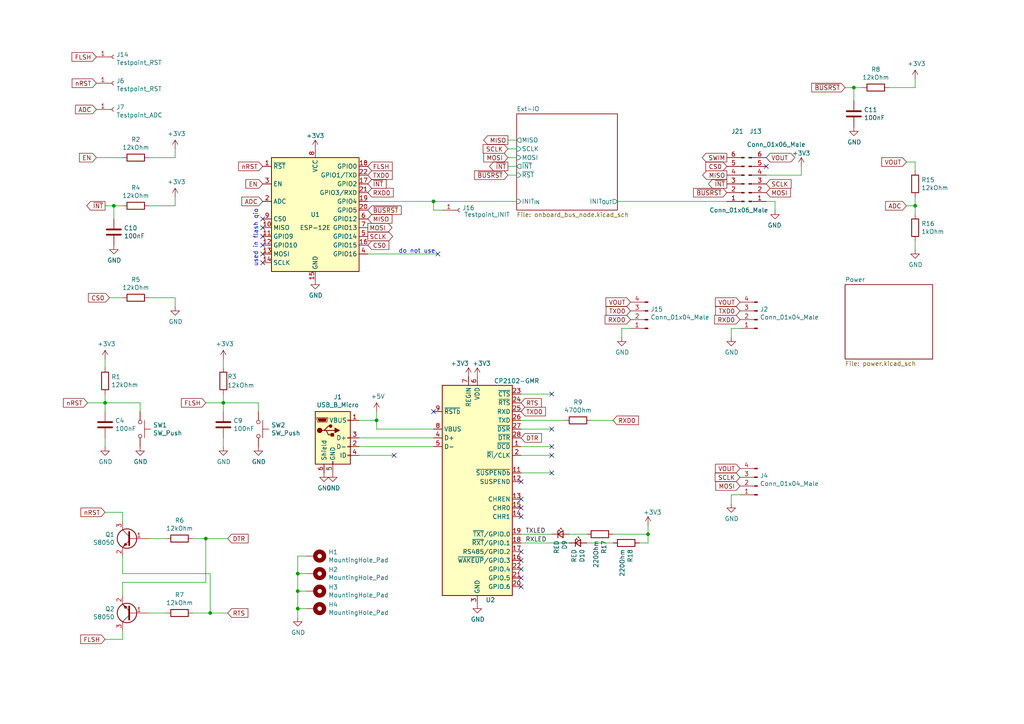
<source format=kicad_sch>
(kicad_sch (version 20211123) (generator eeschema)
  (paper "A4")
  (lib_symbols
    (symbol "Connector:Conn_01x01_Female" (pin_names (offset 1.016) hide)
      (property "Reference" "J" (at 0 2.54 0))
      (property "Value" "Conn_01x01_Female" (at 0 -2.54 0))
      (symbol "Conn_01x01_Female_1_1"
        (polyline (pts (xy -1.27 0) (xy -0.508 0)) (stroke (width 0.1524)))
        (arc (start 0 0.508) (mid -0.508 0) (end 0 -0.508) (stroke (width 0.1524)))
        (pin passive line (at -5.08 0 0) (length 3.81) (name "Pin_1") (number "1"))
      )
    )
    (symbol "Connector:Conn_01x04_Male" (pin_names (offset 1.016) hide)
      (property "Reference" "J" (at 0 5.08 0))
      (property "Value" "Conn_01x04_Male" (at 0 -7.62 0))
      (symbol "Conn_01x04_Male_1_1"
        (polyline (pts (xy 1.27 -5.08) (xy 0.8636 -5.08)) (stroke (width 0.1524)))
        (polyline (pts (xy 1.27 -2.54) (xy 0.8636 -2.54)) (stroke (width 0.1524)))
        (polyline (pts (xy 1.27 0) (xy 0.8636 0)) (stroke (width 0.1524)))
        (polyline (pts (xy 1.27 2.54) (xy 0.8636 2.54)) (stroke (width 0.1524)))
        (rectangle (start 0.8636 -4.953) (end 0 -5.207) (stroke (width 0.1524)) (fill (type outline)))
        (rectangle (start 0.8636 -2.413) (end 0 -2.667) (stroke (width 0.1524)) (fill (type outline)))
        (rectangle (start 0.8636 0.127) (end 0 -0.127) (stroke (width 0.1524)) (fill (type outline)))
        (rectangle (start 0.8636 2.667) (end 0 2.413) (stroke (width 0.1524)) (fill (type outline)))
        (pin passive line (at 5.08 2.54 180) (length 3.81) (name "Pin_1") (number "1"))
        (pin passive line (at 5.08 0 180) (length 3.81) (name "Pin_2") (number "2"))
        (pin passive line (at 5.08 -2.54 180) (length 3.81) (name "Pin_3") (number "3"))
        (pin passive line (at 5.08 -5.08 180) (length 3.81) (name "Pin_4") (number "4"))
      )
    )
    (symbol "Connector:Conn_01x06_Male" (pin_names (offset 1.016) hide)
      (property "Reference" "J" (at 0 7.62 0))
      (property "Value" "Conn_01x06_Male" (at 0 -10.16 0))
      (symbol "Conn_01x06_Male_1_1"
        (polyline (pts (xy 1.27 -7.62) (xy 0.8636 -7.62)) (stroke (width 0.1524)))
        (polyline (pts (xy 1.27 -5.08) (xy 0.8636 -5.08)) (stroke (width 0.1524)))
        (polyline (pts (xy 1.27 -2.54) (xy 0.8636 -2.54)) (stroke (width 0.1524)))
        (polyline (pts (xy 1.27 0) (xy 0.8636 0)) (stroke (width 0.1524)))
        (polyline (pts (xy 1.27 2.54) (xy 0.8636 2.54)) (stroke (width 0.1524)))
        (polyline (pts (xy 1.27 5.08) (xy 0.8636 5.08)) (stroke (width 0.1524)))
        (rectangle (start 0.8636 -7.493) (end 0 -7.747) (stroke (width 0.1524)) (fill (type outline)))
        (rectangle (start 0.8636 -4.953) (end 0 -5.207) (stroke (width 0.1524)) (fill (type outline)))
        (rectangle (start 0.8636 -2.413) (end 0 -2.667) (stroke (width 0.1524)) (fill (type outline)))
        (rectangle (start 0.8636 0.127) (end 0 -0.127) (stroke (width 0.1524)) (fill (type outline)))
        (rectangle (start 0.8636 2.667) (end 0 2.413) (stroke (width 0.1524)) (fill (type outline)))
        (rectangle (start 0.8636 5.207) (end 0 4.953) (stroke (width 0.1524)) (fill (type outline)))
        (pin passive line (at 5.08 5.08 180) (length 3.81) (name "Pin_1") (number "1"))
        (pin passive line (at 5.08 2.54 180) (length 3.81) (name "Pin_2") (number "2"))
        (pin passive line (at 5.08 0 180) (length 3.81) (name "Pin_3") (number "3"))
        (pin passive line (at 5.08 -2.54 180) (length 3.81) (name "Pin_4") (number "4"))
        (pin passive line (at 5.08 -5.08 180) (length 3.81) (name "Pin_5") (number "5"))
        (pin passive line (at 5.08 -7.62 180) (length 3.81) (name "Pin_6") (number "6"))
      )
    )
    (symbol "Connector:USB_B_Micro" (pin_names (offset 1.016))
      (property "Reference" "J" (at -5.08 11.43 0))
      (property "Value" "USB_B_Micro" (at -5.08 8.89 0))
      (symbol "USB_B_Micro_0_1"
        (rectangle (start -5.08 -7.62) (end 5.08 7.62) (stroke (width 0.254)) (fill (type background)))
        (circle (center -3.81 2.159) (radius 0.635) (stroke (width 0.254)) (fill (type outline)))
        (circle (center -0.635 3.429) (radius 0.381) (stroke (width 0.254)) (fill (type outline)))
        (rectangle (start -0.127 -7.62) (end 0.127 -6.858))
        (polyline (pts (xy -1.905 2.159) (xy 0.635 2.159)) (stroke (width 0.254)))
        (polyline (pts (xy -3.175 2.159) (xy -2.54 2.159) (xy -1.27 3.429) (xy -0.635 3.429)) (stroke (width 0.254)))
        (polyline (pts (xy -2.54 2.159) (xy -1.905 2.159) (xy -1.27 0.889) (xy 0 0.889)) (stroke (width 0.254)))
        (polyline (pts (xy 0.635 2.794) (xy 0.635 1.524) (xy 1.905 2.159) (xy 0.635 2.794)) (stroke (width 0.254)) (fill (type outline)))
        (polyline (pts (xy -4.318 5.588) (xy -1.778 5.588) (xy -2.032 4.826) (xy -4.064 4.826) (xy -4.318 5.588)) (fill (type outline)))
        (polyline (pts (xy -4.699 5.842) (xy -4.699 5.588) (xy -4.445 4.826) (xy -4.445 4.572) (xy -1.651 4.572) (xy -1.651 4.826) (xy -1.397 5.588) (xy -1.397 5.842) (xy -4.699 5.842)))
        (rectangle (start 0.254 1.27) (end -0.508 0.508) (stroke (width 0.254)) (fill (type outline)))
        (rectangle (start 5.08 -5.207) (end 4.318 -4.953))
        (rectangle (start 5.08 -2.667) (end 4.318 -2.413))
        (rectangle (start 5.08 -0.127) (end 4.318 0.127))
        (rectangle (start 5.08 4.953) (end 4.318 5.207))
      )
      (symbol "USB_B_Micro_1_1"
        (pin power_out line (at 7.62 5.08 180) (length 2.54) (name "VBUS") (number "1"))
        (pin bidirectional line (at 7.62 -2.54 180) (length 2.54) (name "D-") (number "2"))
        (pin bidirectional line (at 7.62 0 180) (length 2.54) (name "D+") (number "3"))
        (pin passive line (at 7.62 -5.08 180) (length 2.54) (name "ID") (number "4"))
        (pin power_out line (at 0 -10.16 90) (length 2.54) (name "GND") (number "5"))
        (pin passive line (at -2.54 -10.16 90) (length 2.54) (name "Shield") (number "6"))
      )
    )
    (symbol "Device:C" (pin_numbers hide) (pin_names (offset 0.254))
      (property "Reference" "C" (at 0.635 2.54 0))
      (property "Value" "C" (at 0.635 -2.54 0))
      (symbol "C_0_1"
        (polyline (pts (xy -2.032 -0.762) (xy 2.032 -0.762)) (stroke (width 0.508)))
        (polyline (pts (xy -2.032 0.762) (xy 2.032 0.762)) (stroke (width 0.508)))
      )
      (symbol "C_1_1"
        (pin passive line (at 0 3.81 270) (length 2.794) (name "~") (number "1"))
        (pin passive line (at 0 -3.81 90) (length 2.794) (name "~") (number "2"))
      )
    )
    (symbol "Device:LED_Small" (pin_numbers hide) (pin_names (offset 0.254) hide)
      (property "Reference" "D" (at -1.27 3.175 0))
      (property "Value" "LED_Small" (at -4.445 -2.54 0))
      (symbol "LED_Small_0_1"
        (polyline (pts (xy -0.762 -1.016) (xy -0.762 1.016)) (stroke (width 0.254)))
        (polyline (pts (xy 1.016 0) (xy -0.762 0)))
        (polyline (pts (xy 0.762 -1.016) (xy -0.762 0) (xy 0.762 1.016) (xy 0.762 -1.016)) (stroke (width 0.254)))
        (polyline (pts (xy 0 0.762) (xy -0.508 1.27) (xy -0.254 1.27) (xy -0.508 1.27) (xy -0.508 1.016)))
        (polyline (pts (xy 0.508 1.27) (xy 0 1.778) (xy 0.254 1.778) (xy 0 1.778) (xy 0 1.524)))
      )
      (symbol "LED_Small_1_1"
        (pin passive line (at -2.54 0 0) (length 1.778) (name "K") (number "1"))
        (pin passive line (at 2.54 0 180) (length 1.778) (name "A") (number "2"))
      )
    )
    (symbol "Device:Q_NPN_BEC" (pin_names (offset 0) hide)
      (property "Reference" "Q" (at 5.08 1.27 0))
      (property "Value" "Q_NPN_BEC" (at 5.08 -1.27 0))
      (symbol "Q_NPN_BEC_0_1"
        (polyline (pts (xy 0.635 0.635) (xy 2.54 2.54)))
        (polyline (pts (xy 0.635 -0.635) (xy 2.54 -2.54) (xy 2.54 -2.54)))
        (polyline (pts (xy 0.635 1.905) (xy 0.635 -1.905) (xy 0.635 -1.905)) (stroke (width 0.508)))
        (polyline (pts (xy 1.27 -1.778) (xy 1.778 -1.27) (xy 2.286 -2.286) (xy 1.27 -1.778) (xy 1.27 -1.778)) (fill (type outline)))
        (circle (center 1.27 0) (radius 2.8194) (stroke (width 0.254)))
      )
      (symbol "Q_NPN_BEC_1_1"
        (pin input line (at -5.08 0 0) (length 5.715) (name "B") (number "1"))
        (pin passive line (at 2.54 -5.08 90) (length 2.54) (name "E") (number "2"))
        (pin passive line (at 2.54 5.08 270) (length 2.54) (name "C") (number "3"))
      )
    )
    (symbol "Device:R" (pin_numbers hide) (pin_names (offset 0))
      (property "Reference" "R" (at 2.032 0 90))
      (property "Value" "R" (at 0 0 90))
      (symbol "R_0_1"
        (rectangle (start -1.016 -2.54) (end 1.016 2.54) (stroke (width 0.254)))
      )
      (symbol "R_1_1"
        (pin passive line (at 0 3.81 270) (length 1.27) (name "~") (number "1"))
        (pin passive line (at 0 -3.81 90) (length 1.27) (name "~") (number "2"))
      )
    )
    (symbol "Interface_USB:CP2102N-A01-GQFN28"
      (property "Reference" "U" (at -7.62 31.75 0))
      (property "Value" "Interface_USB_CP2102N-A01-GQFN28" (at 26.67 31.75 0))
      (symbol "CP2102N-A01-GQFN28_0_1"
        (rectangle (start -10.16 30.48) (end 10.16 -30.48) (stroke (width 0.254)) (fill (type background)))
      )
      (symbol "CP2102N-A01-GQFN28_1_1"
        (pin input line (at 12.7 12.7 180) (length 2.54) (name "~{DCD}") (number "1"))
        (pin no_connect line (at -10.16 -10.16 0) (length 2.54) hide (name "NC") (number "10"))
        (pin output line (at 12.7 5.08 180) (length 2.54) (name "~{SUSPENDb}") (number "11"))
        (pin output line (at 12.7 2.54 180) (length 2.54) (name "SUSPEND") (number "12"))
        (pin output line (at 12.7 -2.54 180) (length 2.54) (name "CHREN") (number "13"))
        (pin output line (at 12.7 -7.62 180) (length 2.54) (name "CHR1") (number "14"))
        (pin output line (at 12.7 -5.08 180) (length 2.54) (name "CHR0") (number "15"))
        (pin bidirectional line (at 12.7 -20.32 180) (length 2.54) (name "~{WAKEUP}/GPIO.3") (number "16"))
        (pin bidirectional line (at 12.7 -17.78 180) (length 2.54) (name "RS485/GPIO.2") (number "17"))
        (pin bidirectional line (at 12.7 -15.24 180) (length 2.54) (name "~{RXT}/GPIO.1") (number "18"))
        (pin bidirectional line (at 12.7 -12.7 180) (length 2.54) (name "~{TXT}/GPIO.0") (number "19"))
        (pin bidirectional line (at 12.7 10.16 180) (length 2.54) (name "~{RI}/CLK") (number "2"))
        (pin bidirectional line (at 12.7 -27.94 180) (length 2.54) (name "GPIO.6") (number "20"))
        (pin bidirectional line (at 12.7 -25.4 180) (length 2.54) (name "GPIO.5") (number "21"))
        (pin bidirectional line (at 12.7 -22.86 180) (length 2.54) (name "GPIO.4") (number "22"))
        (pin input line (at 12.7 27.94 180) (length 2.54) (name "~{CTS}") (number "23"))
        (pin output line (at 12.7 25.4 180) (length 2.54) (name "~{RTS}") (number "24"))
        (pin input line (at 12.7 22.86 180) (length 2.54) (name "RXD") (number "25"))
        (pin output line (at 12.7 20.32 180) (length 2.54) (name "TXD") (number "26"))
        (pin input line (at 12.7 17.78 180) (length 2.54) (name "~{DSR}") (number "27"))
        (pin output line (at 12.7 15.24 180) (length 2.54) (name "~{DTR}") (number "28"))
        (pin passive line (at 0 -33.02 90) (length 2.54) hide (name "GND") (number "29"))
        (pin power_in line (at 0 -33.02 90) (length 2.54) (name "GND") (number "3"))
        (pin bidirectional line (at -12.7 15.24 0) (length 2.54) (name "D+") (number "4"))
        (pin bidirectional line (at -12.7 12.7 0) (length 2.54) (name "D-") (number "5"))
        (pin passive line (at 0 33.02 270) (length 2.54) (name "VDD") (number "6"))
        (pin power_in line (at -2.54 33.02 270) (length 2.54) (name "REGIN") (number "7"))
        (pin input line (at -12.7 17.78 0) (length 2.54) (name "VBUS") (number "8"))
        (pin input line (at -12.7 22.86 0) (length 2.54) (name "~{RSTb}") (number "9"))
      )
    )
    (symbol "Mechanical:MountingHole_Pad" (pin_numbers hide) (pin_names (offset 1.016) hide)
      (property "Reference" "H" (at 0 6.35 0))
      (property "Value" "MountingHole_Pad" (at 0 4.445 0))
      (symbol "MountingHole_Pad_0_1"
        (circle (center 0 1.27) (radius 1.27) (stroke (width 1.27)))
      )
      (symbol "MountingHole_Pad_1_1"
        (pin input line (at 0 -2.54 90) (length 2.54) (name "1") (number "1"))
      )
    )
    (symbol "RF_Module:ESP-12E"
      (property "Reference" "U" (at -12.7 19.05 0))
      (property "Value" "ESP-12E" (at 12.7 19.05 0))
      (symbol "ESP-12E_0_1"
        (rectangle (start -12.7 17.78) (end 12.7 -15.24) (stroke (width 0.254)) (fill (type background)))
      )
      (symbol "ESP-12E_1_1"
        (pin input line (at -15.24 15.24 0) (length 2.54) (name "~{RST}") (number "1"))
        (pin bidirectional line (at -15.24 -2.54 0) (length 2.54) (name "MISO") (number "10"))
        (pin bidirectional line (at -15.24 -5.08 0) (length 2.54) (name "GPIO9") (number "11"))
        (pin bidirectional line (at -15.24 -7.62 0) (length 2.54) (name "GPIO10") (number "12"))
        (pin bidirectional line (at -15.24 -10.16 0) (length 2.54) (name "MOSI") (number "13"))
        (pin bidirectional line (at -15.24 -12.7 0) (length 2.54) (name "SCLK") (number "14"))
        (pin power_in line (at 0 -17.78 90) (length 2.54) (name "GND") (number "15"))
        (pin bidirectional line (at 15.24 -7.62 180) (length 2.54) (name "GPIO15") (number "16"))
        (pin bidirectional line (at 15.24 10.16 180) (length 2.54) (name "GPIO2") (number "17"))
        (pin bidirectional line (at 15.24 15.24 180) (length 2.54) (name "GPIO0") (number "18"))
        (pin bidirectional line (at 15.24 5.08 180) (length 2.54) (name "GPIO4") (number "19"))
        (pin input line (at -15.24 5.08 0) (length 2.54) (name "ADC") (number "2"))
        (pin bidirectional line (at 15.24 2.54 180) (length 2.54) (name "GPIO5") (number "20"))
        (pin bidirectional line (at 15.24 7.62 180) (length 2.54) (name "GPIO3/RXD") (number "21"))
        (pin bidirectional line (at 15.24 12.7 180) (length 2.54) (name "GPIO1/TXD") (number "22"))
        (pin input line (at -15.24 10.16 0) (length 2.54) (name "EN") (number "3"))
        (pin bidirectional line (at 15.24 -10.16 180) (length 2.54) (name "GPIO16") (number "4"))
        (pin bidirectional line (at 15.24 -5.08 180) (length 2.54) (name "GPIO14") (number "5"))
        (pin bidirectional line (at 15.24 0 180) (length 2.54) (name "GPIO12") (number "6"))
        (pin bidirectional line (at 15.24 -2.54 180) (length 2.54) (name "GPIO13") (number "7"))
        (pin power_in line (at 0 20.32 270) (length 2.54) (name "VCC") (number "8"))
        (pin input line (at -15.24 0 0) (length 2.54) (name "CS0") (number "9"))
      )
    )
    (symbol "Switch:SW_Push" (pin_numbers hide) (pin_names (offset 1.016) hide)
      (property "Reference" "SW" (at 1.27 2.54 0))
      (property "Value" "SW_Push" (at 0 -1.524 0))
      (symbol "SW_Push_0_1"
        (circle (center -2.032 0) (radius 0.508))
        (polyline (pts (xy 0 1.27) (xy 0 3.048)))
        (polyline (pts (xy 2.54 1.27) (xy -2.54 1.27)))
        (circle (center 2.032 0) (radius 0.508))
        (pin passive line (at -5.08 0 0) (length 2.54) (name "1") (number "1"))
        (pin passive line (at 5.08 0 180) (length 2.54) (name "2") (number "2"))
      )
    )
    (symbol "power:+3.3V" (power) (pin_names (offset 0))
      (property "Value" "+3.3V" (at 0 3.556 0))
      (symbol "+3.3V_0_1"
        (polyline (pts (xy -0.762 1.27) (xy 0 2.54)))
        (polyline (pts (xy 0 0) (xy 0 2.54)))
        (polyline (pts (xy 0 2.54) (xy 0.762 1.27)))
      )
      (symbol "+3.3V_1_1"
        (pin power_in line (at 0 0 90) (length 0) hide (name "+3V3") (number "1"))
      )
    )
    (symbol "power:+5V" (power) (pin_names (offset 0))
      (property "Value" "+5V" (at 0 3.556 0))
      (symbol "+5V_0_1"
        (polyline (pts (xy -0.762 1.27) (xy 0 2.54)))
        (polyline (pts (xy 0 0) (xy 0 2.54)))
        (polyline (pts (xy 0 2.54) (xy 0.762 1.27)))
      )
      (symbol "+5V_1_1"
        (pin power_in line (at 0 0 90) (length 0) hide (name "+5V") (number "1"))
      )
    )
    (symbol "power:GND" (power) (pin_names (offset 0))
      (property "Value" "GND" (at 0 -3.81 0))
      (symbol "GND_0_1"
        (polyline (pts (xy 0 0) (xy 0 -1.27) (xy 1.27 -1.27) (xy 0 -2.54) (xy -1.27 -1.27) (xy 0 -1.27)))
      )
      (symbol "GND_1_1"
        (pin power_in line (at 0 0 270) (length 0) hide (name "GND") (number "1"))
      )
    )
  )
  (junction (at 265.43 59.69))
  (junction (at 86.36 171.45))
  (junction (at 60.96 177.8))
  (junction (at 64.77 116.84))
  (junction (at 33.02 59.69))
  (junction (at 59.69 156.21))
  (junction (at 187.96 154.94))
  (junction (at 109.22 121.92))
  (junction (at 247.65 25.4))
  (junction (at 125.73 58.42))
  (junction (at 86.36 176.53))
  (junction (at 30.48 116.84))
  (junction (at 86.36 166.37))
  (no_connect (at 76.2 71.12))
  (no_connect (at 160.02 137.16))
  (no_connect (at 151.13 165.1))
  (no_connect (at 125.73 119.38))
  (no_connect (at 76.2 73.66))
  (no_connect (at 76.2 63.5))
  (no_connect (at 160.02 129.54))
  (no_connect (at 127 73.66))
  (no_connect (at 151.13 149.86))
  (no_connect (at 160.02 124.46))
  (no_connect (at 151.13 162.56))
  (no_connect (at 151.13 144.78))
  (no_connect (at 151.13 147.32))
  (no_connect (at 76.2 68.58))
  (no_connect (at 76.2 66.04))
  (no_connect (at 151.13 170.18))
  (no_connect (at 76.2 76.2))
  (no_connect (at 114.3 132.08))
  (no_connect (at 160.02 114.3))
  (no_connect (at 160.02 132.08))
  (no_connect (at 151.13 160.02))
  (no_connect (at 151.13 167.64))
  (no_connect (at 151.13 139.7))
  (no_connect (at 222.25 48.26))
  (wire (pts (xy 125.73 127) (xy 104.14 127)))
  (wire (pts (xy 151.13 137.16) (xy 160.02 137.16)))
  (wire (pts (xy 151.13 132.08) (xy 160.02 132.08)))
  (wire (pts (xy 33.02 59.69) (xy 33.02 63.5)))
  (wire (pts (xy 59.69 168.91) (xy 59.69 156.21)))
  (wire (pts (xy 35.56 172.72) (xy 35.56 168.91)))
  (wire (pts (xy 262.89 59.69) (xy 265.43 59.69)))
  (wire (pts (xy 35.56 59.69) (xy 33.02 59.69)))
  (wire (pts (xy 60.96 166.37) (xy 60.96 177.8)))
  (wire (pts (xy 35.56 161.29) (xy 35.56 166.37)))
  (wire (pts (xy 106.68 58.42) (xy 125.73 58.42)))
  (wire (pts (xy 265.43 25.4) (xy 265.43 22.86)))
  (wire (pts (xy 265.43 72.39) (xy 265.43 69.85)))
  (wire (pts (xy 88.9 176.53) (xy 86.36 176.53)))
  (wire (pts (xy 179.07 58.42) (xy 210.82 58.42)))
  (wire (pts (xy 30.48 116.84) (xy 30.48 119.38)))
  (wire (pts (xy 43.18 86.36) (xy 50.8 86.36)))
  (wire (pts (xy 35.56 185.42) (xy 30.48 185.42)))
  (wire (pts (xy 86.36 161.29) (xy 86.36 166.37)))
  (wire (pts (xy 125.73 60.96) (xy 125.73 58.42)))
  (wire (pts (xy 187.96 154.94) (xy 187.96 152.4)))
  (wire (pts (xy 86.36 176.53) (xy 86.36 179.07)))
  (wire (pts (xy 165.1 154.94) (xy 170.18 154.94)))
  (wire (pts (xy 109.22 121.92) (xy 109.22 119.38)))
  (wire (pts (xy 88.9 161.29) (xy 86.36 161.29)))
  (wire (pts (xy 74.93 119.38) (xy 74.93 116.84)))
  (wire (pts (xy 33.02 59.69) (xy 30.48 59.69)))
  (wire (pts (xy 265.43 49.53) (xy 265.43 46.99)))
  (wire (pts (xy 48.26 156.21) (xy 43.18 156.21)))
  (wire (pts (xy 147.32 45.72) (xy 149.86 45.72)))
  (wire (pts (xy 30.48 114.3) (xy 30.48 116.84)))
  (wire (pts (xy 50.8 86.36) (xy 50.8 88.9)))
  (wire (pts (xy 35.56 151.13) (xy 35.56 148.59)))
  (wire (pts (xy 86.36 171.45) (xy 86.36 176.53)))
  (wire (pts (xy 147.32 40.64) (xy 149.86 40.64)))
  (wire (pts (xy 247.65 25.4) (xy 245.11 25.4)))
  (wire (pts (xy 64.77 127) (xy 64.77 129.54)))
  (wire (pts (xy 64.77 114.3) (xy 64.77 116.84)))
  (wire (pts (xy 212.09 95.25) (xy 212.09 97.79)))
  (wire (pts (xy 104.14 132.08) (xy 114.3 132.08)))
  (wire (pts (xy 30.48 104.14) (xy 30.48 106.68)))
  (wire (pts (xy 257.81 25.4) (xy 265.43 25.4)))
  (wire (pts (xy 43.18 59.69) (xy 50.8 59.69)))
  (wire (pts (xy 30.48 127) (xy 30.48 129.54)))
  (wire (pts (xy 151.13 154.94) (xy 160.02 154.94)))
  (wire (pts (xy 185.42 157.48) (xy 187.96 157.48)))
  (wire (pts (xy 66.04 177.8) (xy 60.96 177.8)))
  (wire (pts (xy 59.69 156.21) (xy 55.88 156.21)))
  (wire (pts (xy 180.34 95.25) (xy 180.34 97.79)))
  (wire (pts (xy 40.64 116.84) (xy 30.48 116.84)))
  (wire (pts (xy 109.22 124.46) (xy 125.73 124.46)))
  (wire (pts (xy 35.56 148.59) (xy 30.48 148.59)))
  (wire (pts (xy 232.41 50.8) (xy 222.25 50.8)))
  (wire (pts (xy 50.8 45.72) (xy 50.8 43.18)))
  (wire (pts (xy 43.18 45.72) (xy 50.8 45.72)))
  (wire (pts (xy 35.56 168.91) (xy 59.69 168.91)))
  (wire (pts (xy 224.79 58.42) (xy 224.79 60.96)))
  (wire (pts (xy 88.9 171.45) (xy 86.36 171.45)))
  (wire (pts (xy 214.63 95.25) (xy 212.09 95.25)))
  (wire (pts (xy 125.73 58.42) (xy 149.86 58.42)))
  (wire (pts (xy 187.96 157.48) (xy 187.96 154.94)))
  (wire (pts (xy 147.32 50.8) (xy 149.86 50.8)))
  (wire (pts (xy 59.69 116.84) (xy 64.77 116.84)))
  (wire (pts (xy 35.56 182.88) (xy 35.56 185.42)))
  (wire (pts (xy 147.32 48.26) (xy 149.86 48.26)))
  (wire (pts (xy 265.43 62.23) (xy 265.43 59.69)))
  (wire (pts (xy 35.56 166.37) (xy 60.96 166.37)))
  (wire (pts (xy 25.4 116.84) (xy 30.48 116.84)))
  (wire (pts (xy 74.93 116.84) (xy 64.77 116.84)))
  (wire (pts (xy 151.13 129.54) (xy 160.02 129.54)))
  (wire (pts (xy 247.65 25.4) (xy 247.65 29.21)))
  (wire (pts (xy 104.14 121.92) (xy 109.22 121.92)))
  (wire (pts (xy 55.88 177.8) (xy 60.96 177.8)))
  (wire (pts (xy 109.22 121.92) (xy 109.22 124.46)))
  (wire (pts (xy 151.13 124.46) (xy 160.02 124.46)))
  (wire (pts (xy 151.13 157.48) (xy 165.1 157.48)))
  (wire (pts (xy 43.18 177.8) (xy 48.26 177.8)))
  (wire (pts (xy 177.8 154.94) (xy 187.96 154.94)))
  (wire (pts (xy 40.64 119.38) (xy 40.64 116.84)))
  (wire (pts (xy 125.73 129.54) (xy 104.14 129.54)))
  (wire (pts (xy 86.36 166.37) (xy 86.36 171.45)))
  (wire (pts (xy 265.43 59.69) (xy 265.43 57.15)))
  (wire (pts (xy 222.25 58.42) (xy 224.79 58.42)))
  (wire (pts (xy 50.8 59.69) (xy 50.8 57.15)))
  (wire (pts (xy 250.19 25.4) (xy 247.65 25.4)))
  (wire (pts (xy 88.9 166.37) (xy 86.36 166.37)))
  (wire (pts (xy 214.63 143.51) (xy 212.09 143.51)))
  (wire (pts (xy 182.88 95.25) (xy 180.34 95.25)))
  (wire (pts (xy 35.56 86.36) (xy 31.75 86.36)))
  (wire (pts (xy 265.43 46.99) (xy 262.89 46.99)))
  (wire (pts (xy 35.56 45.72) (xy 27.94 45.72)))
  (wire (pts (xy 147.32 43.18) (xy 149.86 43.18)))
  (wire (pts (xy 151.13 114.3) (xy 160.02 114.3)))
  (wire (pts (xy 232.41 48.26) (xy 232.41 50.8)))
  (wire (pts (xy 163.83 121.92) (xy 151.13 121.92)))
  (wire (pts (xy 127 73.66) (xy 106.68 73.66)))
  (wire (pts (xy 66.04 156.21) (xy 59.69 156.21)))
  (wire (pts (xy 128.27 60.96) (xy 125.73 60.96)))
  (wire (pts (xy 212.09 143.51) (xy 212.09 146.05)))
  (wire (pts (xy 170.18 157.48) (xy 177.8 157.48)))
  (wire (pts (xy 64.77 104.14) (xy 64.77 106.68)))
  (wire (pts (xy 64.77 116.84) (xy 64.77 119.38)))
  (wire (pts (xy 177.8 121.92) (xy 171.45 121.92)))
  (text "do not use" (at 115.57 73.66 0) (effects (font (size 1.27 1.27)) (justify left bottom)))
  (text "used in flash qio" (at 74.93 77.47 90) (effects (font (size 1.27 1.27)) (justify left bottom)))
  (label "TXLED" (at 152.4 154.94 0))
  (label "RXLED" (at 152.4 157.48 0))
  (global_label "VOUT" (shape input) (at 262.89 46.99 180) (property "Referenzen zwischen Schaltplänen" "${INTERSHEET_REFS}" (effects hide)))
  (global_label "MOSI" (shape input) (at 222.25 55.88 0) (property "Referenzen zwischen Schaltplänen" "${INTERSHEET_REFS}" (effects hide)))
  (global_label "FLSH" (shape input) (at 27.94 16.51 180) (property "Referenzen zwischen Schaltplänen" "${INTERSHEET_REFS}" (effects hide)))
  (global_label "VOUT" (shape input) (at 182.88 87.63 180) (property "Referenzen zwischen Schaltplänen" "${INTERSHEET_REFS}" (effects hide)))
  (global_label "FLSH" (shape input) (at 106.68 48.26 0) (property "Referenzen zwischen Schaltplänen" "${INTERSHEET_REFS}" (effects hide)))
  (global_label "nRST" (shape input) (at 27.94 24.13 180) (property "Referenzen zwischen Schaltplänen" "${INTERSHEET_REFS}" (effects hide)))
  (global_label "ADC" (shape input) (at 27.94 31.75 180) (property "Referenzen zwischen Schaltplänen" "${INTERSHEET_REFS}" (effects hide)))
  (global_label "RXD0" (shape input) (at 214.63 92.71 180) (property "Referenzen zwischen Schaltplänen" "${INTERSHEET_REFS}" (effects hide)))
  (global_label "~{BUSRST}" (shape input) (at 210.82 55.88 180) (property "Referenzen zwischen Schaltplänen" "${INTERSHEET_REFS}" (effects hide)))
  (global_label "FLSH" (shape input) (at 30.48 185.42 180) (property "Referenzen zwischen Schaltplänen" "${INTERSHEET_REFS}" (effects hide)))
  (global_label "SWIM" (shape output) (at 210.82 45.72 180) (property "Referenzen zwischen Schaltplänen" "${INTERSHEET_REFS}" (effects hide)))
  (global_label "EN" (shape input) (at 27.94 45.72 180) (property "Referenzen zwischen Schaltplänen" "${INTERSHEET_REFS}" (effects hide)))
  (global_label "~{INT}" (shape output) (at 210.82 53.34 180) (property "Referenzen zwischen Schaltplänen" "${INTERSHEET_REFS}" (effects hide)))
  (global_label "nRST" (shape input) (at 30.48 148.59 180) (property "Referenzen zwischen Schaltplänen" "${INTERSHEET_REFS}" (effects hide)))
  (global_label "SCLK" (shape input) (at 147.32 43.18 180) (property "Referenzen zwischen Schaltplänen" "${INTERSHEET_REFS}" (effects hide)))
  (global_label "RXD0" (shape input) (at 106.68 55.88 0) (property "Referenzen zwischen Schaltplänen" "${INTERSHEET_REFS}" (effects hide)))
  (global_label "ADC" (shape input) (at 76.2 58.42 180) (property "Referenzen zwischen Schaltplänen" "${INTERSHEET_REFS}" (effects hide)))
  (global_label "MOSI" (shape input) (at 214.63 140.97 180) (property "Referenzen zwischen Schaltplänen" "${INTERSHEET_REFS}" (effects hide)))
  (global_label "MISO" (shape output) (at 147.32 40.64 180) (property "Referenzen zwischen Schaltplänen" "${INTERSHEET_REFS}" (effects hide)))
  (global_label "RXD0" (shape input) (at 182.88 92.71 180) (property "Referenzen zwischen Schaltplänen" "${INTERSHEET_REFS}" (effects hide)))
  (global_label "SCLK" (shape input) (at 214.63 138.43 180) (property "Referenzen zwischen Schaltplänen" "${INTERSHEET_REFS}" (effects hide)))
  (global_label "MISO" (shape input) (at 106.68 63.5 0) (property "Referenzen zwischen Schaltplänen" "${INTERSHEET_REFS}" (effects hide)))
  (global_label "RTS" (shape input) (at 66.04 177.8 0) (property "Referenzen zwischen Schaltplänen" "${INTERSHEET_REFS}" (effects hide)))
  (global_label "TXD0" (shape input) (at 106.68 50.8 0) (property "Referenzen zwischen Schaltplänen" "${INTERSHEET_REFS}" (effects hide)))
  (global_label "DTR" (shape input) (at 151.13 127 0) (property "Referenzen zwischen Schaltplänen" "${INTERSHEET_REFS}" (effects hide)))
  (global_label "FLSH" (shape input) (at 59.69 116.84 180) (property "Referenzen zwischen Schaltplänen" "${INTERSHEET_REFS}" (effects hide)))
  (global_label "RTS" (shape input) (at 151.13 116.84 0) (property "Referenzen zwischen Schaltplänen" "${INTERSHEET_REFS}" (effects hide)))
  (global_label "nRST" (shape input) (at 76.2 48.26 180) (property "Referenzen zwischen Schaltplänen" "${INTERSHEET_REFS}" (effects hide)))
  (global_label "VOUT" (shape input) (at 214.63 135.89 180) (property "Referenzen zwischen Schaltplänen" "${INTERSHEET_REFS}" (effects hide)))
  (global_label "TXD0" (shape input) (at 182.88 90.17 180) (property "Referenzen zwischen Schaltplänen" "${INTERSHEET_REFS}" (effects hide)))
  (global_label "~{BUSRST}" (shape input) (at 245.11 25.4 180) (property "Referenzen zwischen Schaltplänen" "${INTERSHEET_REFS}" (effects hide)))
  (global_label "VOUT" (shape bidirectional) (at 222.25 45.72 0) (property "Referenzen zwischen Schaltplänen" "${INTERSHEET_REFS}" (effects hide)))
  (global_label "MOSI" (shape output) (at 106.68 66.04 0) (property "Referenzen zwischen Schaltplänen" "${INTERSHEET_REFS}" (effects hide)))
  (global_label "RXD0" (shape input) (at 177.8 121.92 0) (property "Referenzen zwischen Schaltplänen" "${INTERSHEET_REFS}" (effects hide)))
  (global_label "MOSI" (shape input) (at 147.32 45.72 180) (property "Referenzen zwischen Schaltplänen" "${INTERSHEET_REFS}" (effects hide)))
  (global_label "DTR" (shape input) (at 66.04 156.21 0) (property "Referenzen zwischen Schaltplänen" "${INTERSHEET_REFS}" (effects hide)))
  (global_label "nRST" (shape input) (at 25.4 116.84 180) (property "Referenzen zwischen Schaltplänen" "${INTERSHEET_REFS}" (effects hide)))
  (global_label "~{INT}" (shape input) (at 106.68 53.34 0) (property "Referenzen zwischen Schaltplänen" "${INTERSHEET_REFS}" (effects hide)))
  (global_label "TXD0" (shape input) (at 214.63 90.17 180) (property "Referenzen zwischen Schaltplänen" "${INTERSHEET_REFS}" (effects hide)))
  (global_label "ADC" (shape input) (at 262.89 59.69 180) (property "Referenzen zwischen Schaltplänen" "${INTERSHEET_REFS}" (effects hide)))
  (global_label "~{BUSRST}" (shape input) (at 106.68 60.96 0) (property "Referenzen zwischen Schaltplänen" "${INTERSHEET_REFS}" (effects hide)))
  (global_label "TXD0" (shape input) (at 151.13 119.38 0) (property "Referenzen zwischen Schaltplänen" "${INTERSHEET_REFS}" (effects hide)))
  (global_label "VOUT" (shape input) (at 214.63 87.63 180) (property "Referenzen zwischen Schaltplänen" "${INTERSHEET_REFS}" (effects hide)))
  (global_label "SCLK" (shape output) (at 106.68 68.58 0) (property "Referenzen zwischen Schaltplänen" "${INTERSHEET_REFS}" (effects hide)))
  (global_label "~{INT}" (shape output) (at 147.32 48.26 180) (property "Referenzen zwischen Schaltplänen" "${INTERSHEET_REFS}" (effects hide)))
  (global_label "SCLK" (shape input) (at 222.25 53.34 0) (property "Referenzen zwischen Schaltplänen" "${INTERSHEET_REFS}" (effects hide)))
  (global_label "CS0" (shape input) (at 106.68 71.12 0) (property "Referenzen zwischen Schaltplänen" "${INTERSHEET_REFS}" (effects hide)))
  (global_label "~{BUSRST}" (shape input) (at 147.32 50.8 180) (property "Referenzen zwischen Schaltplänen" "${INTERSHEET_REFS}" (effects hide)))
  (global_label "~{INT}" (shape output) (at 30.48 59.69 180) (property "Referenzen zwischen Schaltplänen" "${INTERSHEET_REFS}" (effects hide)))
  (global_label "MISO" (shape output) (at 210.82 50.8 180) (property "Referenzen zwischen Schaltplänen" "${INTERSHEET_REFS}" (effects hide)))
  (global_label "CS0" (shape input) (at 210.82 48.26 180) (property "Referenzen zwischen Schaltplänen" "${INTERSHEET_REFS}" (effects hide)))
  (global_label "CS0" (shape input) (at 31.75 86.36 180) (property "Referenzen zwischen Schaltplänen" "${INTERSHEET_REFS}" (effects hide)))
  (global_label "EN" (shape input) (at 76.2 53.34 180) (property "Referenzen zwischen Schaltplänen" "${INTERSHEET_REFS}" (effects hide)))
  (symbol (lib_id "Interface_USB:CP2102N-A01-GQFN28") (at 138.43 142.24 0) (unit 1)
    (property "Reference" "U2" (at 142.24 173.99 0))
    (property "Value" "CP2102-GMR" (at 149.86 110.49 0))
    (property "Footprint" "Package_DFN_QFN:QFN-28-1EP_5x5mm_P0.5mm_EP3.35x3.35mm" (effects hide))
    (property "Datasheet" "https://www.silabs.com/documents/public/data-sheets/cp2102n-datasheet.pdf" (effects hide))
    (property "LCSC" "C6568" (effects hide))
  )
  (symbol (lib_id "Device:R") (at 52.07 177.8 270) (unit 1)
    (property "Reference" "R7" (at 52.07 172.5422 90))
    (property "Value" "12kOhm" (at 52.07 174.8536 90))
    (property "Footprint" "Resistor_SMD:R_0603_1608Metric" (effects hide))
    (property "LCSC" "C22790" (effects hide))
  )
  (symbol (lib_id "Device:R") (at 52.07 156.21 270) (unit 1)
    (property "Reference" "R6" (at 52.07 150.9522 90))
    (property "Value" "12kOhm" (at 52.07 153.2636 90))
    (property "Footprint" "Resistor_SMD:R_0603_1608Metric" (effects hide))
    (property "LCSC" "C22790" (effects hide))
  )
  (symbol (lib_id "power:+3.3V") (at 138.43 109.22 0) (unit 1)
    (property "Reference" "#PWR0110" (effects hide))
    (property "Value" "+3.3V" (at 139.7 105.41 0))
  )
  (symbol (lib_id "power:+3.3V") (at 135.89 109.22 0) (unit 1)
    (property "Reference" "#PWR0111" (effects hide))
    (property "Value" "+3.3V" (at 133.35 105.41 0))
  )
  (symbol (lib_id "power:GND") (at 138.43 175.26 0) (unit 1)
    (property "Reference" "#PWR0112" (effects hide))
    (property "Value" "GND" (at 138.557 179.6542 0))
  )
  (symbol (lib_id "Connector:USB_B_Micro") (at 96.52 127 0) (unit 1)
    (property "Reference" "J1" (at 97.9678 115.1382 0))
    (property "Value" "USB_B_Micro" (at 97.9678 117.4496 0))
    (property "Footprint" "stock:micro_usb" (effects hide))
    (property "LCSC" "C40943" (effects hide))
  )
  (symbol (lib_id "power:GND") (at 96.52 137.16 0) (unit 1)
    (property "Reference" "#PWR0113" (effects hide))
    (property "Value" "GND" (at 96.647 141.5542 0))
  )
  (symbol (lib_id "power:GND") (at 93.98 137.16 0) (unit 1)
    (property "Reference" "#PWR0114" (effects hide))
    (property "Value" "GND" (at 94.107 141.5542 0))
  )
  (symbol (lib_id "power:GND") (at 30.48 129.54 0) (unit 1)
    (property "Reference" "#PWR0116" (effects hide))
    (property "Value" "GND" (at 30.607 133.9342 0))
  )
  (symbol (lib_id "power:+3.3V") (at 30.48 104.14 0) (unit 1)
    (property "Reference" "#PWR0117" (effects hide))
    (property "Value" "+3.3V" (at 30.861 99.7458 0))
  )
  (symbol (lib_id "Device:R") (at 30.48 110.49 0) (unit 1)
    (property "Reference" "R1" (at 32.258 109.3216 0) (effects (justify left)))
    (property "Value" "12kOhm" (at 32.258 111.633 0) (effects (justify left)))
    (property "Footprint" "Resistor_SMD:R_0603_1608Metric" (effects hide))
    (property "LCSC" "C22790" (effects hide))
  )
  (symbol (lib_id "Device:C") (at 30.48 123.19 0) (unit 1)
    (property "Reference" "C4" (at 33.401 122.0216 0) (effects (justify left)))
    (property "Value" "100nF" (at 33.401 124.333 0) (effects (justify left)))
    (property "Footprint" "Capacitor_SMD:C_0603_1608Metric" (effects hide))
    (property "LCSC" "C14663" (effects hide))
  )
  (symbol (lib_id "Device:R") (at 39.37 86.36 270) (unit 1)
    (property "Reference" "R5" (at 39.37 81.1022 90))
    (property "Value" "12kOhm" (at 39.37 83.4136 90))
    (property "Footprint" "Resistor_SMD:R_0603_1608Metric" (effects hide))
    (property "LCSC" "C22790" (effects hide))
  )
  (symbol (lib_id "Device:R") (at 39.37 59.69 270) (unit 1)
    (property "Reference" "R4" (at 39.37 54.4322 90))
    (property "Value" "12kOhm" (at 39.37 56.7436 90))
    (property "Footprint" "Resistor_SMD:R_0603_1608Metric" (effects hide))
    (property "LCSC" "C22790" (effects hide))
  )
  (symbol (lib_id "Device:R") (at 64.77 110.49 0) (unit 1)
    (property "Reference" "R3" (at 67.31 109.22 0))
    (property "Value" "12kOhm" (at 69.85 111.76 0))
    (property "Footprint" "Resistor_SMD:R_0603_1608Metric" (effects hide))
    (property "LCSC" "C22790" (effects hide))
  )
  (symbol (lib_id "Device:R") (at 39.37 45.72 270) (unit 1)
    (property "Reference" "R2" (at 39.37 40.4622 90))
    (property "Value" "12kOhm" (at 39.37 42.7736 90))
    (property "Footprint" "Resistor_SMD:R_0603_1608Metric" (effects hide))
    (property "LCSC" "C22790" (effects hide))
  )
  (symbol (lib_id "power:+3.3V") (at 50.8 57.15 0) (unit 1)
    (property "Reference" "#PWR0118" (effects hide))
    (property "Value" "+3.3V" (at 51.181 52.7558 0))
  )
  (symbol (lib_id "power:+3.3V") (at 50.8 43.18 0) (unit 1)
    (property "Reference" "#PWR0120" (effects hide))
    (property "Value" "+3.3V" (at 51.181 38.7858 0))
  )
  (symbol (lib_id "power:GND") (at 50.8 88.9 0) (unit 1)
    (property "Reference" "#PWR0121" (effects hide))
    (property "Value" "GND" (at 50.927 93.2942 0))
  )
  (symbol (lib_id "Device:R") (at 167.64 121.92 270) (unit 1)
    (property "Reference" "R9" (at 167.64 116.6622 90))
    (property "Value" "470Ohm" (at 167.64 118.9736 90))
    (property "Footprint" "Resistor_SMD:R_0603_1608Metric" (effects hide))
    (property "LCSC" "C23179" (effects hide))
  )
  (symbol (lib_id "power:+5V") (at 109.22 119.38 0) (unit 1)
    (property "Reference" "#PWR0106" (effects hide))
    (property "Value" "+5V" (at 109.601 114.9858 0))
  )
  (symbol (lib_id "Connector:Conn_01x04_Male") (at 219.71 140.97 180) (unit 1)
    (property "Reference" "J4" (at 220.4212 137.9728 0) (effects (justify right)))
    (property "Value" "Conn_01x04_Male" (at 220.4212 140.2842 0) (effects (justify right)))
    (property "Footprint" "TerminalBlock:TerminalBlock_bornier-4_P5.08mm" (effects hide))
    (property "LCSC" "-" (effects hide))
  )
  (symbol (lib_id "power:GND") (at 212.09 146.05 0) (unit 1)
    (property "Reference" "#PWR0122" (effects hide))
    (property "Value" "GND" (at 212.217 150.4442 0))
  )
  (symbol (lib_id "power:GND") (at 212.09 97.79 0) (unit 1)
    (property "Reference" "#PWR0126" (effects hide))
    (property "Value" "GND" (at 212.217 102.1842 0))
  )
  (symbol (lib_id "RF_Module:ESP-12E") (at 91.44 63.5 0) (unit 1)
    (property "Reference" "U1" (at 91.44 62.23 0))
    (property "Value" "ESP-12E" (at 91.44 66.04 0))
    (property "Footprint" "RF_Module:ESP-12E" (effects hide))
    (property "Datasheet" "http://wiki.ai-thinker.com/_media/esp8266/esp8266_series_modules_user_manual_v1.1.pdf" (effects hide))
    (property "LCSC" "-" (effects hide))
  )
  (symbol (lib_id "power:GND") (at 224.79 60.96 0) (mirror y) (unit 1)
    (property "Reference" "#PWR0150" (effects hide))
    (property "Value" "GND" (at 224.663 65.3542 0))
  )
  (symbol (lib_id "Device:R") (at 265.43 53.34 180) (unit 1)
    (property "Reference" "R15" (at 267.208 52.1716 0) (effects (justify right)))
    (property "Value" "12kOhm" (at 267.208 54.483 0) (effects (justify right)))
    (property "Footprint" "Resistor_SMD:R_0603_1608Metric" (effects hide))
    (property "LCSC" "C22790" (effects hide))
  )
  (symbol (lib_id "Device:R") (at 265.43 66.04 180) (unit 1)
    (property "Reference" "R16" (at 267.208 64.8716 0) (effects (justify right)))
    (property "Value" "1kOhm" (at 267.208 67.183 0) (effects (justify right)))
    (property "Footprint" "Resistor_SMD:R_0603_1608Metric" (effects hide))
    (property "LCSC" "C21190" (effects hide))
  )
  (symbol (lib_id "power:GND") (at 265.43 72.39 0) (unit 1)
    (property "Reference" "#PWR0127" (effects hide))
    (property "Value" "GND" (at 265.557 76.7842 0))
  )
  (symbol (lib_id "Connector:Conn_01x01_Female") (at 33.02 24.13 0) (unit 1)
    (property "Reference" "J6" (at 33.7312 23.4696 0) (effects (justify left)))
    (property "Value" "Testpoint_RST" (at 33.7312 25.781 0) (effects (justify left)))
    (property "Footprint" "TestPoint:TestPoint_Pad_D2.0mm" (effects hide))
    (property "LCSC" "-" (effects hide))
  )
  (symbol (lib_id "Connector:Conn_01x01_Female") (at 33.02 31.75 0) (unit 1)
    (property "Reference" "J7" (at 33.7312 31.0896 0) (effects (justify left)))
    (property "Value" "Testpoint_ADC" (at 33.7312 33.401 0) (effects (justify left)))
    (property "Footprint" "TestPoint:TestPoint_Pad_D2.0mm" (effects hide))
    (property "LCSC" "-" (effects hide))
  )
  (symbol (lib_id "Mechanical:MountingHole_Pad") (at 91.44 161.29 270) (unit 1)
    (property "Reference" "H1" (at 95.25 160.1216 90) (effects (justify left)))
    (property "Value" "MountingHole_Pad" (at 95.25 162.433 90) (effects (justify left)))
    (property "Footprint" "MountingHole:MountingHole_2.2mm_M2_Pad_Via" (effects hide))
    (property "LCSC" "-" (effects hide))
  )
  (symbol (lib_id "Mechanical:MountingHole_Pad") (at 91.44 166.37 270) (unit 1)
    (property "Reference" "H2" (at 95.25 165.2016 90) (effects (justify left)))
    (property "Value" "MountingHole_Pad" (at 95.25 167.513 90) (effects (justify left)))
    (property "Footprint" "MountingHole:MountingHole_2.2mm_M2_Pad_Via" (effects hide))
    (property "LCSC" "-" (effects hide))
  )
  (symbol (lib_id "Mechanical:MountingHole_Pad") (at 91.44 171.45 270) (unit 1)
    (property "Reference" "H3" (at 95.25 170.2816 90) (effects (justify left)))
    (property "Value" "MountingHole_Pad" (at 95.25 172.593 90) (effects (justify left)))
    (property "Footprint" "MountingHole:MountingHole_2.2mm_M2_Pad_Via" (effects hide))
    (property "LCSC" "-" (effects hide))
  )
  (symbol (lib_id "Mechanical:MountingHole_Pad") (at 91.44 176.53 270) (unit 1)
    (property "Reference" "H4" (at 95.25 175.3616 90) (effects (justify left)))
    (property "Value" "MountingHole_Pad" (at 95.25 177.673 90) (effects (justify left)))
    (property "Footprint" "MountingHole:MountingHole_2.2mm_M2_Pad_Via" (effects hide))
    (property "LCSC" "-" (effects hide))
  )
  (symbol (lib_id "power:GND") (at 86.36 179.07 0) (unit 1)
    (property "Reference" "#PWR0148" (effects hide))
    (property "Value" "GND" (at 86.487 183.4642 0))
  )
  (symbol (lib_id "Device:Q_NPN_BEC") (at 38.1 177.8 180) (unit 1)
    (property "Reference" "Q2" (at 33.2486 176.6316 0) (effects (justify left)))
    (property "Value" "S8050" (at 33.2486 178.943 0) (effects (justify left)))
    (property "Footprint" "Package_TO_SOT_SMD:SOT-23" (effects hide))
    (property "Datasheet" "http://www.unisonic.com.tw/datasheet/S8050.pdf" (effects hide))
    (property "LCSC" "C2146" (effects hide))
  )
  (symbol (lib_id "Device:Q_NPN_BEC") (at 38.1 156.21 0) (mirror y) (unit 1)
    (property "Reference" "Q1" (at 33.2486 155.0416 0) (effects (justify left)))
    (property "Value" "S8050" (at 33.2486 157.353 0) (effects (justify left)))
    (property "Footprint" "Package_TO_SOT_SMD:SOT-23" (effects hide))
    (property "Datasheet" "http://www.unisonic.com.tw/datasheet/S8050.pdf" (effects hide))
    (property "LCSC" "C2146" (effects hide))
  )
  (symbol (lib_id "Switch:SW_Push") (at 40.64 124.46 270) (unit 1)
    (property "Reference" "SW1" (at 44.3992 123.2916 90) (effects (justify left)))
    (property "Value" "SW_Push" (at 44.3992 125.603 90) (effects (justify left)))
    (property "Footprint" "Button_Switch_SMD:SW_SPST_CK_RS282G05A3" (effects hide))
    (property "LCSC" "-" (effects hide))
  )
  (symbol (lib_id "Connector:Conn_01x01_Female") (at 33.02 16.51 0) (unit 1)
    (property "Reference" "J14" (at 33.7312 15.8496 0) (effects (justify left)))
    (property "Value" "Testpoint_RST" (at 33.7312 18.161 0) (effects (justify left)))
    (property "Footprint" "TestPoint:TestPoint_Pad_D2.0mm" (effects hide))
    (property "LCSC" "-" (effects hide))
  )
  (symbol (lib_id "power:+3.3V") (at 91.44 43.18 0) (unit 1)
    (property "Reference" "#PWR0140" (effects hide))
    (property "Value" "+3.3V" (at 91.44 39.37 0))
  )
  (symbol (lib_id "power:GND") (at 91.44 81.28 0) (unit 1)
    (property "Reference" "#PWR0141" (effects hide))
    (property "Value" "GND" (at 91.567 85.6742 0))
  )
  (symbol (lib_id "Connector:Conn_01x04_Male") (at 219.71 92.71 180) (unit 1)
    (property "Reference" "J2" (at 220.4212 89.7128 0) (effects (justify right)))
    (property "Value" "Conn_01x04_Male" (at 220.4212 92.0242 0) (effects (justify right)))
    (property "Footprint" "TerminalBlock:TerminalBlock_bornier-4_P5.08mm" (effects hide))
    (property "LCSC" "-" (effects hide))
  )
  (symbol (lib_id "Connector:Conn_01x06_Male") (at 217.17 53.34 0) (mirror x) (unit 1)
    (property "Reference" "J13" (at 220.98 38.1 0) (effects (justify right)))
    (property "Value" "Conn_01x06_Male" (at 233.68 41.91 0) (effects (justify right)))
    (property "Footprint" "Connector_PinHeader_2.54mm:PinHeader_1x06_P2.54mm_Vertical" (effects hide))
    (property "LCSC" "-" (effects hide))
  )
  (symbol (lib_id "power:GND") (at 40.64 129.54 0) (unit 1)
    (property "Reference" "#PWR0119" (effects hide))
    (property "Value" "GND" (at 40.767 133.9342 0))
  )
  (symbol (lib_id "power:GND") (at 64.77 129.54 0) (unit 1)
    (property "Reference" "#PWR0151" (effects hide))
    (property "Value" "GND" (at 64.897 133.9342 0))
  )
  (symbol (lib_id "power:+3.3V") (at 64.77 104.14 0) (unit 1)
    (property "Reference" "#PWR0152" (effects hide))
    (property "Value" "+3.3V" (at 65.151 99.7458 0))
  )
  (symbol (lib_id "Device:C") (at 64.77 123.19 0) (unit 1)
    (property "Reference" "C9" (at 67.691 122.0216 0) (effects (justify left)))
    (property "Value" "100nF" (at 67.691 124.333 0) (effects (justify left)))
    (property "Footprint" "Capacitor_SMD:C_0603_1608Metric" (effects hide))
    (property "LCSC" "C14663" (effects hide))
  )
  (symbol (lib_id "Switch:SW_Push") (at 74.93 124.46 270) (unit 1)
    (property "Reference" "SW2" (at 78.6892 123.2916 90) (effects (justify left)))
    (property "Value" "SW_Push" (at 78.6892 125.603 90) (effects (justify left)))
    (property "Footprint" "Button_Switch_SMD:SW_SPST_CK_RS282G05A3" (effects hide))
    (property "LCSC" "-" (effects hide))
  )
  (symbol (lib_id "power:GND") (at 74.93 129.54 0) (unit 1)
    (property "Reference" "#PWR0153" (effects hide))
    (property "Value" "GND" (at 75.057 133.9342 0))
  )
  (symbol (lib_id "Device:LED_Small") (at 162.56 154.94 0) (unit 1)
    (property "Reference" "D9" (at 163.7284 156.718 90) (effects (justify right)))
    (property "Value" "RED" (at 161.417 156.718 90) (effects (justify right)))
    (property "Footprint" "LED_SMD:LED_0603_1608Metric" (effects hide))
    (property "LCSC" "C2286" (effects hide))
  )
  (symbol (lib_id "Device:LED_Small") (at 167.64 157.48 0) (unit 1)
    (property "Reference" "D10" (at 168.8084 159.258 90) (effects (justify right)))
    (property "Value" "RED" (at 166.497 159.258 90) (effects (justify right)))
    (property "Footprint" "LED_SMD:LED_0603_1608Metric" (effects hide))
    (property "LCSC" "C2286" (effects hide))
  )
  (symbol (lib_id "Device:R") (at 173.99 154.94 90) (unit 1)
    (property "Reference" "R17" (at 175.1584 156.718 0) (effects (justify right)))
    (property "Value" "220Ohm" (at 172.847 156.718 0) (effects (justify right)))
    (property "Footprint" "Resistor_SMD:R_0603_1608Metric" (effects hide))
    (property "LCSC" "C21189" (effects hide))
  )
  (symbol (lib_id "Device:R") (at 181.61 157.48 90) (unit 1)
    (property "Reference" "R18" (at 182.7784 159.258 0) (effects (justify right)))
    (property "Value" "220Ohm" (at 180.467 159.258 0) (effects (justify right)))
    (property "Footprint" "Resistor_SMD:R_0603_1608Metric" (effects hide))
    (property "LCSC" "C21189" (effects hide))
  )
  (symbol (lib_id "power:+3.3V") (at 187.96 152.4 0) (unit 1)
    (property "Reference" "#PWR0154" (effects hide))
    (property "Value" "+3.3V" (at 189.23 148.59 0))
  )
  (symbol (lib_id "Connector:Conn_01x04_Male") (at 187.96 92.71 180) (unit 1)
    (property "Reference" "J15" (at 188.6712 89.7128 0) (effects (justify right)))
    (property "Value" "Conn_01x04_Male" (at 188.6712 92.0242 0) (effects (justify right)))
    (property "Footprint" "Connector_PinHeader_2.54mm:PinHeader_1x04_P2.54mm_Vertical" (effects hide))
    (property "LCSC" "-" (effects hide))
  )
  (symbol (lib_id "power:GND") (at 180.34 97.79 0) (unit 1)
    (property "Reference" "#PWR0155" (effects hide))
    (property "Value" "GND" (at 180.467 102.1842 0))
  )
  (symbol (lib_id "power:GND") (at 33.02 71.12 0) (unit 1)
    (property "Reference" "#PWR0107" (effects hide))
    (property "Value" "GND" (at 33.147 75.5142 0))
  )
  (symbol (lib_id "power:+3.3V") (at 232.41 48.26 0) (unit 1)
    (property "Reference" "#PWR0159" (effects hide))
    (property "Value" "+3.3V" (at 232.41 44.45 0))
  )
  (symbol (lib_id "Connector:Conn_01x01_Female") (at 133.35 60.96 0) (unit 1)
    (property "Reference" "J16" (at 134.0612 60.2996 0) (effects (justify left)))
    (property "Value" "Testpoint_INIT" (at 134.62 62.23 0) (effects (justify left)))
    (property "Footprint" "TestPoint:TestPoint_Pad_D2.0mm" (effects hide))
    (property "LCSC" "-" (effects hide))
  )
  (symbol (lib_id "Device:R") (at 254 25.4 270) (unit 1)
    (property "Reference" "R8" (at 254 20.1422 90))
    (property "Value" "12kOhm" (at 254 22.4536 90))
    (property "Footprint" "Resistor_SMD:R_0603_1608Metric" (effects hide))
    (property "LCSC" "C22790" (effects hide))
  )
  (symbol (lib_id "Connector:Conn_01x06_Male") (at 215.9 53.34 180) (unit 1)
    (property "Reference" "J21" (at 212.09 38.1 0) (effects (justify right)))
    (property "Value" "Conn_01x06_Male" (at 205.74 60.96 0) (effects (justify right)))
    (property "Footprint" "Connector_PinHeader_2.54mm:PinHeader_1x06_P2.54mm_Vertical" (effects hide))
    (property "LCSC" "-" (effects hide))
  )
  (symbol (lib_id "Device:C") (at 247.65 33.02 0) (unit 1)
    (property "Reference" "C11" (at 250.571 31.8516 0) (effects (justify left)))
    (property "Value" "100nF" (at 250.571 34.163 0) (effects (justify left)))
    (property "Footprint" "Capacitor_SMD:C_0603_1608Metric" (effects hide))
    (property "LCSC" "C14663" (effects hide))
  )
  (symbol (lib_id "Device:C") (at 33.02 67.31 0) (unit 1)
    (property "Reference" "C10" (at 35.941 66.1416 0) (effects (justify left)))
    (property "Value" "100nF" (at 35.941 68.453 0) (effects (justify left)))
    (property "Footprint" "Capacitor_SMD:C_0603_1608Metric" (effects hide))
    (property "LCSC" "C14663" (effects hide))
  )
  (symbol (lib_id "power:GND") (at 247.65 36.83 0) (unit 1)
    (property "Reference" "#PWR0115" (effects hide))
    (property "Value" "GND" (at 247.777 41.2242 0))
  )
  (symbol (lib_id "power:+3.3V") (at 265.43 22.86 0) (unit 1)
    (property "Reference" "#PWR0158" (effects hide))
    (property "Value" "+3.3V" (at 265.811 18.4658 0))
  )
  (sheet (at 245.11 82.55) (size 25.4 21.59)
    (property "Sheet name" "Power" (at 245.11 81.8384 0) (effects (justify left bottom)))
    (property "Sheet file" "power.kicad_sch" (at 245.11 104.7246 0) (effects (justify left top)))
  )
  (sheet (at 149.86 33.02) (size 29.21 27.94) (stroke (width 0.1524))
    (property "Sheet name" "Ext-IO" (at 149.86 32.3084 0) (effects (justify left bottom)))
    (property "Sheet file" "onboard_bus_node.kicad_sch" (at 149.86 61.5446 0) (effects (justify left top)))
    (pin "MOSI" input (at 149.86 45.72 180))
    (pin "SCLK" input (at 149.86 43.18 180))
    (pin "MISO" output (at 149.86 40.64 180))
    (pin "INIT_{IN}" input (at 149.86 58.42 180))
    (pin "INIT_{OUT}" output (at 179.07 58.42 0))
    (pin "~{RST}" input (at 149.86 50.8 180))
    (pin "~{INT}" output (at 149.86 48.26 180))
  )
)
</source>
